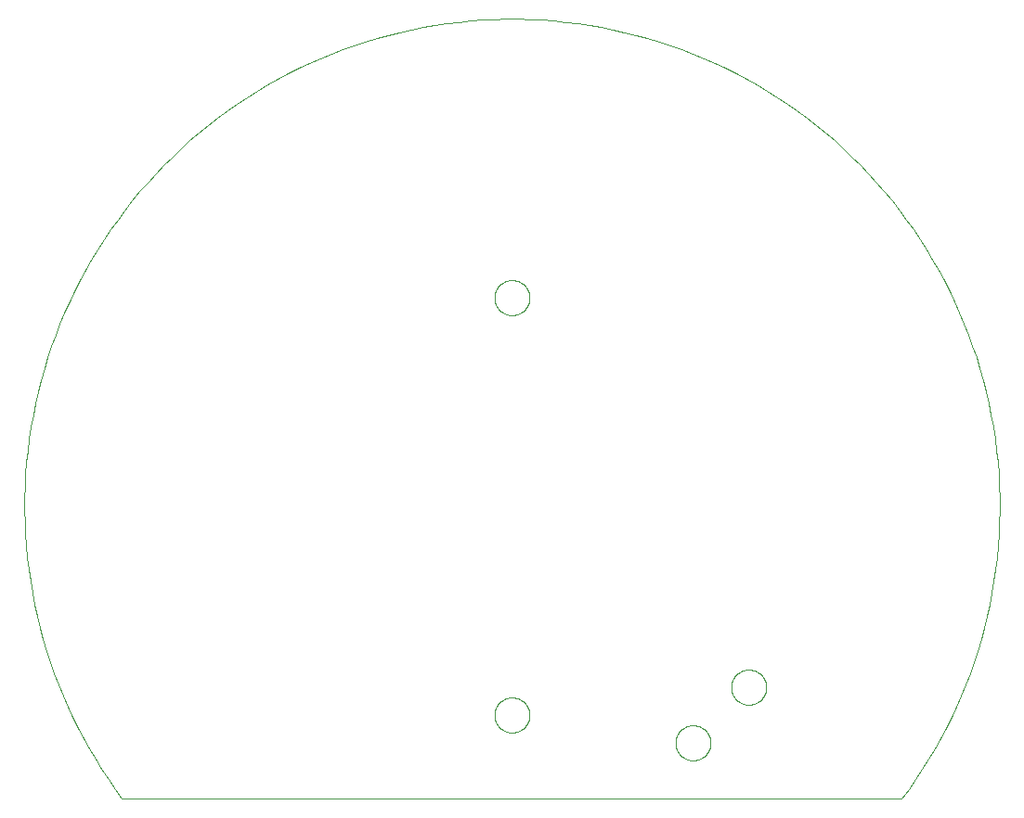
<source format=gbp>
G75*
%MOIN*%
%OFA0B0*%
%FSLAX25Y25*%
%IPPOS*%
%LPD*%
%AMOC8*
5,1,8,0,0,1.08239X$1,22.5*
%
%ADD10C,0.00000*%
D10*
X0101095Y0049933D02*
X0381095Y0049933D01*
X0319796Y0089933D02*
X0319798Y0090091D01*
X0319804Y0090249D01*
X0319814Y0090407D01*
X0319828Y0090565D01*
X0319846Y0090722D01*
X0319867Y0090879D01*
X0319893Y0091035D01*
X0319923Y0091191D01*
X0319956Y0091346D01*
X0319994Y0091499D01*
X0320035Y0091652D01*
X0320080Y0091804D01*
X0320129Y0091955D01*
X0320182Y0092104D01*
X0320238Y0092252D01*
X0320298Y0092398D01*
X0320362Y0092543D01*
X0320430Y0092686D01*
X0320501Y0092828D01*
X0320575Y0092968D01*
X0320653Y0093105D01*
X0320735Y0093241D01*
X0320819Y0093375D01*
X0320908Y0093506D01*
X0320999Y0093635D01*
X0321094Y0093762D01*
X0321191Y0093887D01*
X0321292Y0094009D01*
X0321396Y0094128D01*
X0321503Y0094245D01*
X0321613Y0094359D01*
X0321726Y0094470D01*
X0321841Y0094579D01*
X0321959Y0094684D01*
X0322080Y0094786D01*
X0322203Y0094886D01*
X0322329Y0094982D01*
X0322457Y0095075D01*
X0322587Y0095165D01*
X0322720Y0095251D01*
X0322855Y0095335D01*
X0322991Y0095414D01*
X0323130Y0095491D01*
X0323271Y0095563D01*
X0323413Y0095633D01*
X0323557Y0095698D01*
X0323703Y0095760D01*
X0323850Y0095818D01*
X0323999Y0095873D01*
X0324149Y0095924D01*
X0324300Y0095971D01*
X0324452Y0096014D01*
X0324605Y0096053D01*
X0324760Y0096089D01*
X0324915Y0096120D01*
X0325071Y0096148D01*
X0325227Y0096172D01*
X0325384Y0096192D01*
X0325542Y0096208D01*
X0325699Y0096220D01*
X0325858Y0096228D01*
X0326016Y0096232D01*
X0326174Y0096232D01*
X0326332Y0096228D01*
X0326491Y0096220D01*
X0326648Y0096208D01*
X0326806Y0096192D01*
X0326963Y0096172D01*
X0327119Y0096148D01*
X0327275Y0096120D01*
X0327430Y0096089D01*
X0327585Y0096053D01*
X0327738Y0096014D01*
X0327890Y0095971D01*
X0328041Y0095924D01*
X0328191Y0095873D01*
X0328340Y0095818D01*
X0328487Y0095760D01*
X0328633Y0095698D01*
X0328777Y0095633D01*
X0328919Y0095563D01*
X0329060Y0095491D01*
X0329199Y0095414D01*
X0329335Y0095335D01*
X0329470Y0095251D01*
X0329603Y0095165D01*
X0329733Y0095075D01*
X0329861Y0094982D01*
X0329987Y0094886D01*
X0330110Y0094786D01*
X0330231Y0094684D01*
X0330349Y0094579D01*
X0330464Y0094470D01*
X0330577Y0094359D01*
X0330687Y0094245D01*
X0330794Y0094128D01*
X0330898Y0094009D01*
X0330999Y0093887D01*
X0331096Y0093762D01*
X0331191Y0093635D01*
X0331282Y0093506D01*
X0331371Y0093375D01*
X0331455Y0093241D01*
X0331537Y0093105D01*
X0331615Y0092968D01*
X0331689Y0092828D01*
X0331760Y0092686D01*
X0331828Y0092543D01*
X0331892Y0092398D01*
X0331952Y0092252D01*
X0332008Y0092104D01*
X0332061Y0091955D01*
X0332110Y0091804D01*
X0332155Y0091652D01*
X0332196Y0091499D01*
X0332234Y0091346D01*
X0332267Y0091191D01*
X0332297Y0091035D01*
X0332323Y0090879D01*
X0332344Y0090722D01*
X0332362Y0090565D01*
X0332376Y0090407D01*
X0332386Y0090249D01*
X0332392Y0090091D01*
X0332394Y0089933D01*
X0332392Y0089775D01*
X0332386Y0089617D01*
X0332376Y0089459D01*
X0332362Y0089301D01*
X0332344Y0089144D01*
X0332323Y0088987D01*
X0332297Y0088831D01*
X0332267Y0088675D01*
X0332234Y0088520D01*
X0332196Y0088367D01*
X0332155Y0088214D01*
X0332110Y0088062D01*
X0332061Y0087911D01*
X0332008Y0087762D01*
X0331952Y0087614D01*
X0331892Y0087468D01*
X0331828Y0087323D01*
X0331760Y0087180D01*
X0331689Y0087038D01*
X0331615Y0086898D01*
X0331537Y0086761D01*
X0331455Y0086625D01*
X0331371Y0086491D01*
X0331282Y0086360D01*
X0331191Y0086231D01*
X0331096Y0086104D01*
X0330999Y0085979D01*
X0330898Y0085857D01*
X0330794Y0085738D01*
X0330687Y0085621D01*
X0330577Y0085507D01*
X0330464Y0085396D01*
X0330349Y0085287D01*
X0330231Y0085182D01*
X0330110Y0085080D01*
X0329987Y0084980D01*
X0329861Y0084884D01*
X0329733Y0084791D01*
X0329603Y0084701D01*
X0329470Y0084615D01*
X0329335Y0084531D01*
X0329199Y0084452D01*
X0329060Y0084375D01*
X0328919Y0084303D01*
X0328777Y0084233D01*
X0328633Y0084168D01*
X0328487Y0084106D01*
X0328340Y0084048D01*
X0328191Y0083993D01*
X0328041Y0083942D01*
X0327890Y0083895D01*
X0327738Y0083852D01*
X0327585Y0083813D01*
X0327430Y0083777D01*
X0327275Y0083746D01*
X0327119Y0083718D01*
X0326963Y0083694D01*
X0326806Y0083674D01*
X0326648Y0083658D01*
X0326491Y0083646D01*
X0326332Y0083638D01*
X0326174Y0083634D01*
X0326016Y0083634D01*
X0325858Y0083638D01*
X0325699Y0083646D01*
X0325542Y0083658D01*
X0325384Y0083674D01*
X0325227Y0083694D01*
X0325071Y0083718D01*
X0324915Y0083746D01*
X0324760Y0083777D01*
X0324605Y0083813D01*
X0324452Y0083852D01*
X0324300Y0083895D01*
X0324149Y0083942D01*
X0323999Y0083993D01*
X0323850Y0084048D01*
X0323703Y0084106D01*
X0323557Y0084168D01*
X0323413Y0084233D01*
X0323271Y0084303D01*
X0323130Y0084375D01*
X0322991Y0084452D01*
X0322855Y0084531D01*
X0322720Y0084615D01*
X0322587Y0084701D01*
X0322457Y0084791D01*
X0322329Y0084884D01*
X0322203Y0084980D01*
X0322080Y0085080D01*
X0321959Y0085182D01*
X0321841Y0085287D01*
X0321726Y0085396D01*
X0321613Y0085507D01*
X0321503Y0085621D01*
X0321396Y0085738D01*
X0321292Y0085857D01*
X0321191Y0085979D01*
X0321094Y0086104D01*
X0320999Y0086231D01*
X0320908Y0086360D01*
X0320819Y0086491D01*
X0320735Y0086625D01*
X0320653Y0086761D01*
X0320575Y0086898D01*
X0320501Y0087038D01*
X0320430Y0087180D01*
X0320362Y0087323D01*
X0320298Y0087468D01*
X0320238Y0087614D01*
X0320182Y0087762D01*
X0320129Y0087911D01*
X0320080Y0088062D01*
X0320035Y0088214D01*
X0319994Y0088367D01*
X0319956Y0088520D01*
X0319923Y0088675D01*
X0319893Y0088831D01*
X0319867Y0088987D01*
X0319846Y0089144D01*
X0319828Y0089301D01*
X0319814Y0089459D01*
X0319804Y0089617D01*
X0319798Y0089775D01*
X0319796Y0089933D01*
X0299796Y0069933D02*
X0299798Y0070091D01*
X0299804Y0070249D01*
X0299814Y0070407D01*
X0299828Y0070565D01*
X0299846Y0070722D01*
X0299867Y0070879D01*
X0299893Y0071035D01*
X0299923Y0071191D01*
X0299956Y0071346D01*
X0299994Y0071499D01*
X0300035Y0071652D01*
X0300080Y0071804D01*
X0300129Y0071955D01*
X0300182Y0072104D01*
X0300238Y0072252D01*
X0300298Y0072398D01*
X0300362Y0072543D01*
X0300430Y0072686D01*
X0300501Y0072828D01*
X0300575Y0072968D01*
X0300653Y0073105D01*
X0300735Y0073241D01*
X0300819Y0073375D01*
X0300908Y0073506D01*
X0300999Y0073635D01*
X0301094Y0073762D01*
X0301191Y0073887D01*
X0301292Y0074009D01*
X0301396Y0074128D01*
X0301503Y0074245D01*
X0301613Y0074359D01*
X0301726Y0074470D01*
X0301841Y0074579D01*
X0301959Y0074684D01*
X0302080Y0074786D01*
X0302203Y0074886D01*
X0302329Y0074982D01*
X0302457Y0075075D01*
X0302587Y0075165D01*
X0302720Y0075251D01*
X0302855Y0075335D01*
X0302991Y0075414D01*
X0303130Y0075491D01*
X0303271Y0075563D01*
X0303413Y0075633D01*
X0303557Y0075698D01*
X0303703Y0075760D01*
X0303850Y0075818D01*
X0303999Y0075873D01*
X0304149Y0075924D01*
X0304300Y0075971D01*
X0304452Y0076014D01*
X0304605Y0076053D01*
X0304760Y0076089D01*
X0304915Y0076120D01*
X0305071Y0076148D01*
X0305227Y0076172D01*
X0305384Y0076192D01*
X0305542Y0076208D01*
X0305699Y0076220D01*
X0305858Y0076228D01*
X0306016Y0076232D01*
X0306174Y0076232D01*
X0306332Y0076228D01*
X0306491Y0076220D01*
X0306648Y0076208D01*
X0306806Y0076192D01*
X0306963Y0076172D01*
X0307119Y0076148D01*
X0307275Y0076120D01*
X0307430Y0076089D01*
X0307585Y0076053D01*
X0307738Y0076014D01*
X0307890Y0075971D01*
X0308041Y0075924D01*
X0308191Y0075873D01*
X0308340Y0075818D01*
X0308487Y0075760D01*
X0308633Y0075698D01*
X0308777Y0075633D01*
X0308919Y0075563D01*
X0309060Y0075491D01*
X0309199Y0075414D01*
X0309335Y0075335D01*
X0309470Y0075251D01*
X0309603Y0075165D01*
X0309733Y0075075D01*
X0309861Y0074982D01*
X0309987Y0074886D01*
X0310110Y0074786D01*
X0310231Y0074684D01*
X0310349Y0074579D01*
X0310464Y0074470D01*
X0310577Y0074359D01*
X0310687Y0074245D01*
X0310794Y0074128D01*
X0310898Y0074009D01*
X0310999Y0073887D01*
X0311096Y0073762D01*
X0311191Y0073635D01*
X0311282Y0073506D01*
X0311371Y0073375D01*
X0311455Y0073241D01*
X0311537Y0073105D01*
X0311615Y0072968D01*
X0311689Y0072828D01*
X0311760Y0072686D01*
X0311828Y0072543D01*
X0311892Y0072398D01*
X0311952Y0072252D01*
X0312008Y0072104D01*
X0312061Y0071955D01*
X0312110Y0071804D01*
X0312155Y0071652D01*
X0312196Y0071499D01*
X0312234Y0071346D01*
X0312267Y0071191D01*
X0312297Y0071035D01*
X0312323Y0070879D01*
X0312344Y0070722D01*
X0312362Y0070565D01*
X0312376Y0070407D01*
X0312386Y0070249D01*
X0312392Y0070091D01*
X0312394Y0069933D01*
X0312392Y0069775D01*
X0312386Y0069617D01*
X0312376Y0069459D01*
X0312362Y0069301D01*
X0312344Y0069144D01*
X0312323Y0068987D01*
X0312297Y0068831D01*
X0312267Y0068675D01*
X0312234Y0068520D01*
X0312196Y0068367D01*
X0312155Y0068214D01*
X0312110Y0068062D01*
X0312061Y0067911D01*
X0312008Y0067762D01*
X0311952Y0067614D01*
X0311892Y0067468D01*
X0311828Y0067323D01*
X0311760Y0067180D01*
X0311689Y0067038D01*
X0311615Y0066898D01*
X0311537Y0066761D01*
X0311455Y0066625D01*
X0311371Y0066491D01*
X0311282Y0066360D01*
X0311191Y0066231D01*
X0311096Y0066104D01*
X0310999Y0065979D01*
X0310898Y0065857D01*
X0310794Y0065738D01*
X0310687Y0065621D01*
X0310577Y0065507D01*
X0310464Y0065396D01*
X0310349Y0065287D01*
X0310231Y0065182D01*
X0310110Y0065080D01*
X0309987Y0064980D01*
X0309861Y0064884D01*
X0309733Y0064791D01*
X0309603Y0064701D01*
X0309470Y0064615D01*
X0309335Y0064531D01*
X0309199Y0064452D01*
X0309060Y0064375D01*
X0308919Y0064303D01*
X0308777Y0064233D01*
X0308633Y0064168D01*
X0308487Y0064106D01*
X0308340Y0064048D01*
X0308191Y0063993D01*
X0308041Y0063942D01*
X0307890Y0063895D01*
X0307738Y0063852D01*
X0307585Y0063813D01*
X0307430Y0063777D01*
X0307275Y0063746D01*
X0307119Y0063718D01*
X0306963Y0063694D01*
X0306806Y0063674D01*
X0306648Y0063658D01*
X0306491Y0063646D01*
X0306332Y0063638D01*
X0306174Y0063634D01*
X0306016Y0063634D01*
X0305858Y0063638D01*
X0305699Y0063646D01*
X0305542Y0063658D01*
X0305384Y0063674D01*
X0305227Y0063694D01*
X0305071Y0063718D01*
X0304915Y0063746D01*
X0304760Y0063777D01*
X0304605Y0063813D01*
X0304452Y0063852D01*
X0304300Y0063895D01*
X0304149Y0063942D01*
X0303999Y0063993D01*
X0303850Y0064048D01*
X0303703Y0064106D01*
X0303557Y0064168D01*
X0303413Y0064233D01*
X0303271Y0064303D01*
X0303130Y0064375D01*
X0302991Y0064452D01*
X0302855Y0064531D01*
X0302720Y0064615D01*
X0302587Y0064701D01*
X0302457Y0064791D01*
X0302329Y0064884D01*
X0302203Y0064980D01*
X0302080Y0065080D01*
X0301959Y0065182D01*
X0301841Y0065287D01*
X0301726Y0065396D01*
X0301613Y0065507D01*
X0301503Y0065621D01*
X0301396Y0065738D01*
X0301292Y0065857D01*
X0301191Y0065979D01*
X0301094Y0066104D01*
X0300999Y0066231D01*
X0300908Y0066360D01*
X0300819Y0066491D01*
X0300735Y0066625D01*
X0300653Y0066761D01*
X0300575Y0066898D01*
X0300501Y0067038D01*
X0300430Y0067180D01*
X0300362Y0067323D01*
X0300298Y0067468D01*
X0300238Y0067614D01*
X0300182Y0067762D01*
X0300129Y0067911D01*
X0300080Y0068062D01*
X0300035Y0068214D01*
X0299994Y0068367D01*
X0299956Y0068520D01*
X0299923Y0068675D01*
X0299893Y0068831D01*
X0299867Y0068987D01*
X0299846Y0069144D01*
X0299828Y0069301D01*
X0299814Y0069459D01*
X0299804Y0069617D01*
X0299798Y0069775D01*
X0299796Y0069933D01*
X0234796Y0079933D02*
X0234798Y0080091D01*
X0234804Y0080249D01*
X0234814Y0080407D01*
X0234828Y0080565D01*
X0234846Y0080722D01*
X0234867Y0080879D01*
X0234893Y0081035D01*
X0234923Y0081191D01*
X0234956Y0081346D01*
X0234994Y0081499D01*
X0235035Y0081652D01*
X0235080Y0081804D01*
X0235129Y0081955D01*
X0235182Y0082104D01*
X0235238Y0082252D01*
X0235298Y0082398D01*
X0235362Y0082543D01*
X0235430Y0082686D01*
X0235501Y0082828D01*
X0235575Y0082968D01*
X0235653Y0083105D01*
X0235735Y0083241D01*
X0235819Y0083375D01*
X0235908Y0083506D01*
X0235999Y0083635D01*
X0236094Y0083762D01*
X0236191Y0083887D01*
X0236292Y0084009D01*
X0236396Y0084128D01*
X0236503Y0084245D01*
X0236613Y0084359D01*
X0236726Y0084470D01*
X0236841Y0084579D01*
X0236959Y0084684D01*
X0237080Y0084786D01*
X0237203Y0084886D01*
X0237329Y0084982D01*
X0237457Y0085075D01*
X0237587Y0085165D01*
X0237720Y0085251D01*
X0237855Y0085335D01*
X0237991Y0085414D01*
X0238130Y0085491D01*
X0238271Y0085563D01*
X0238413Y0085633D01*
X0238557Y0085698D01*
X0238703Y0085760D01*
X0238850Y0085818D01*
X0238999Y0085873D01*
X0239149Y0085924D01*
X0239300Y0085971D01*
X0239452Y0086014D01*
X0239605Y0086053D01*
X0239760Y0086089D01*
X0239915Y0086120D01*
X0240071Y0086148D01*
X0240227Y0086172D01*
X0240384Y0086192D01*
X0240542Y0086208D01*
X0240699Y0086220D01*
X0240858Y0086228D01*
X0241016Y0086232D01*
X0241174Y0086232D01*
X0241332Y0086228D01*
X0241491Y0086220D01*
X0241648Y0086208D01*
X0241806Y0086192D01*
X0241963Y0086172D01*
X0242119Y0086148D01*
X0242275Y0086120D01*
X0242430Y0086089D01*
X0242585Y0086053D01*
X0242738Y0086014D01*
X0242890Y0085971D01*
X0243041Y0085924D01*
X0243191Y0085873D01*
X0243340Y0085818D01*
X0243487Y0085760D01*
X0243633Y0085698D01*
X0243777Y0085633D01*
X0243919Y0085563D01*
X0244060Y0085491D01*
X0244199Y0085414D01*
X0244335Y0085335D01*
X0244470Y0085251D01*
X0244603Y0085165D01*
X0244733Y0085075D01*
X0244861Y0084982D01*
X0244987Y0084886D01*
X0245110Y0084786D01*
X0245231Y0084684D01*
X0245349Y0084579D01*
X0245464Y0084470D01*
X0245577Y0084359D01*
X0245687Y0084245D01*
X0245794Y0084128D01*
X0245898Y0084009D01*
X0245999Y0083887D01*
X0246096Y0083762D01*
X0246191Y0083635D01*
X0246282Y0083506D01*
X0246371Y0083375D01*
X0246455Y0083241D01*
X0246537Y0083105D01*
X0246615Y0082968D01*
X0246689Y0082828D01*
X0246760Y0082686D01*
X0246828Y0082543D01*
X0246892Y0082398D01*
X0246952Y0082252D01*
X0247008Y0082104D01*
X0247061Y0081955D01*
X0247110Y0081804D01*
X0247155Y0081652D01*
X0247196Y0081499D01*
X0247234Y0081346D01*
X0247267Y0081191D01*
X0247297Y0081035D01*
X0247323Y0080879D01*
X0247344Y0080722D01*
X0247362Y0080565D01*
X0247376Y0080407D01*
X0247386Y0080249D01*
X0247392Y0080091D01*
X0247394Y0079933D01*
X0247392Y0079775D01*
X0247386Y0079617D01*
X0247376Y0079459D01*
X0247362Y0079301D01*
X0247344Y0079144D01*
X0247323Y0078987D01*
X0247297Y0078831D01*
X0247267Y0078675D01*
X0247234Y0078520D01*
X0247196Y0078367D01*
X0247155Y0078214D01*
X0247110Y0078062D01*
X0247061Y0077911D01*
X0247008Y0077762D01*
X0246952Y0077614D01*
X0246892Y0077468D01*
X0246828Y0077323D01*
X0246760Y0077180D01*
X0246689Y0077038D01*
X0246615Y0076898D01*
X0246537Y0076761D01*
X0246455Y0076625D01*
X0246371Y0076491D01*
X0246282Y0076360D01*
X0246191Y0076231D01*
X0246096Y0076104D01*
X0245999Y0075979D01*
X0245898Y0075857D01*
X0245794Y0075738D01*
X0245687Y0075621D01*
X0245577Y0075507D01*
X0245464Y0075396D01*
X0245349Y0075287D01*
X0245231Y0075182D01*
X0245110Y0075080D01*
X0244987Y0074980D01*
X0244861Y0074884D01*
X0244733Y0074791D01*
X0244603Y0074701D01*
X0244470Y0074615D01*
X0244335Y0074531D01*
X0244199Y0074452D01*
X0244060Y0074375D01*
X0243919Y0074303D01*
X0243777Y0074233D01*
X0243633Y0074168D01*
X0243487Y0074106D01*
X0243340Y0074048D01*
X0243191Y0073993D01*
X0243041Y0073942D01*
X0242890Y0073895D01*
X0242738Y0073852D01*
X0242585Y0073813D01*
X0242430Y0073777D01*
X0242275Y0073746D01*
X0242119Y0073718D01*
X0241963Y0073694D01*
X0241806Y0073674D01*
X0241648Y0073658D01*
X0241491Y0073646D01*
X0241332Y0073638D01*
X0241174Y0073634D01*
X0241016Y0073634D01*
X0240858Y0073638D01*
X0240699Y0073646D01*
X0240542Y0073658D01*
X0240384Y0073674D01*
X0240227Y0073694D01*
X0240071Y0073718D01*
X0239915Y0073746D01*
X0239760Y0073777D01*
X0239605Y0073813D01*
X0239452Y0073852D01*
X0239300Y0073895D01*
X0239149Y0073942D01*
X0238999Y0073993D01*
X0238850Y0074048D01*
X0238703Y0074106D01*
X0238557Y0074168D01*
X0238413Y0074233D01*
X0238271Y0074303D01*
X0238130Y0074375D01*
X0237991Y0074452D01*
X0237855Y0074531D01*
X0237720Y0074615D01*
X0237587Y0074701D01*
X0237457Y0074791D01*
X0237329Y0074884D01*
X0237203Y0074980D01*
X0237080Y0075080D01*
X0236959Y0075182D01*
X0236841Y0075287D01*
X0236726Y0075396D01*
X0236613Y0075507D01*
X0236503Y0075621D01*
X0236396Y0075738D01*
X0236292Y0075857D01*
X0236191Y0075979D01*
X0236094Y0076104D01*
X0235999Y0076231D01*
X0235908Y0076360D01*
X0235819Y0076491D01*
X0235735Y0076625D01*
X0235653Y0076761D01*
X0235575Y0076898D01*
X0235501Y0077038D01*
X0235430Y0077180D01*
X0235362Y0077323D01*
X0235298Y0077468D01*
X0235238Y0077614D01*
X0235182Y0077762D01*
X0235129Y0077911D01*
X0235080Y0078062D01*
X0235035Y0078214D01*
X0234994Y0078367D01*
X0234956Y0078520D01*
X0234923Y0078675D01*
X0234893Y0078831D01*
X0234867Y0078987D01*
X0234846Y0079144D01*
X0234828Y0079301D01*
X0234814Y0079459D01*
X0234804Y0079617D01*
X0234798Y0079775D01*
X0234796Y0079933D01*
X0101095Y0049933D02*
X0098565Y0053390D01*
X0096120Y0056909D01*
X0093762Y0060486D01*
X0091492Y0064119D01*
X0089311Y0067808D01*
X0087222Y0071548D01*
X0085225Y0075338D01*
X0083321Y0079176D01*
X0081512Y0083060D01*
X0079798Y0086987D01*
X0078181Y0090954D01*
X0076661Y0094960D01*
X0075240Y0099002D01*
X0073918Y0103077D01*
X0072696Y0107184D01*
X0071575Y0111319D01*
X0070556Y0115480D01*
X0069639Y0119665D01*
X0068824Y0123872D01*
X0068113Y0128096D01*
X0067505Y0132338D01*
X0067002Y0136592D01*
X0066602Y0140858D01*
X0066307Y0145132D01*
X0066117Y0149412D01*
X0066031Y0153696D01*
X0066051Y0157980D01*
X0066175Y0162263D01*
X0066404Y0166541D01*
X0066737Y0170812D01*
X0067175Y0175074D01*
X0067717Y0179324D01*
X0068363Y0183560D01*
X0069113Y0187778D01*
X0069965Y0191977D01*
X0070920Y0196153D01*
X0071977Y0200305D01*
X0073135Y0204430D01*
X0074394Y0208526D01*
X0075752Y0212589D01*
X0077210Y0216618D01*
X0078766Y0220610D01*
X0080419Y0224562D01*
X0082168Y0228473D01*
X0084012Y0232340D01*
X0085951Y0236161D01*
X0087982Y0239933D01*
X0090105Y0243655D01*
X0092318Y0247323D01*
X0094621Y0250936D01*
X0097011Y0254492D01*
X0099488Y0257988D01*
X0102049Y0261422D01*
X0104694Y0264793D01*
X0107420Y0268098D01*
X0110227Y0271335D01*
X0113112Y0274503D01*
X0116073Y0277599D01*
X0119110Y0280622D01*
X0122219Y0283569D01*
X0125400Y0286440D01*
X0128649Y0289231D01*
X0131967Y0291943D01*
X0135349Y0294572D01*
X0138795Y0297118D01*
X0142302Y0299579D01*
X0145869Y0301953D01*
X0149492Y0304239D01*
X0153170Y0306436D01*
X0156901Y0308543D01*
X0160683Y0310557D01*
X0164512Y0312478D01*
X0168388Y0314305D01*
X0172306Y0316036D01*
X0176267Y0317672D01*
X0180266Y0319209D01*
X0184301Y0320649D01*
X0188370Y0321989D01*
X0192471Y0323229D01*
X0196601Y0324369D01*
X0200758Y0325407D01*
X0204939Y0326343D01*
X0209141Y0327176D01*
X0213363Y0327907D01*
X0217601Y0328533D01*
X0221854Y0329056D01*
X0226118Y0329475D01*
X0230390Y0329789D01*
X0234670Y0329999D01*
X0238953Y0330104D01*
X0243237Y0330104D01*
X0247520Y0329999D01*
X0251800Y0329789D01*
X0256072Y0329475D01*
X0260336Y0329056D01*
X0264589Y0328533D01*
X0268827Y0327907D01*
X0273049Y0327176D01*
X0277251Y0326343D01*
X0281432Y0325407D01*
X0285589Y0324369D01*
X0289719Y0323229D01*
X0293820Y0321989D01*
X0297889Y0320649D01*
X0301924Y0319209D01*
X0305923Y0317672D01*
X0309884Y0316036D01*
X0313802Y0314305D01*
X0317678Y0312478D01*
X0321507Y0310557D01*
X0325289Y0308543D01*
X0329020Y0306436D01*
X0332698Y0304239D01*
X0336321Y0301953D01*
X0339888Y0299579D01*
X0343395Y0297118D01*
X0346841Y0294572D01*
X0350223Y0291943D01*
X0353541Y0289231D01*
X0356790Y0286440D01*
X0359971Y0283569D01*
X0363080Y0280622D01*
X0366117Y0277599D01*
X0369078Y0274503D01*
X0371963Y0271335D01*
X0374770Y0268098D01*
X0377496Y0264793D01*
X0380141Y0261422D01*
X0382702Y0257988D01*
X0385179Y0254492D01*
X0387569Y0250936D01*
X0389872Y0247323D01*
X0392085Y0243655D01*
X0394208Y0239933D01*
X0396239Y0236161D01*
X0398178Y0232340D01*
X0400022Y0228473D01*
X0401771Y0224562D01*
X0403424Y0220610D01*
X0404980Y0216618D01*
X0406438Y0212589D01*
X0407796Y0208526D01*
X0409055Y0204430D01*
X0410213Y0200305D01*
X0411270Y0196153D01*
X0412225Y0191977D01*
X0413077Y0187778D01*
X0413827Y0183560D01*
X0414473Y0179324D01*
X0415015Y0175074D01*
X0415453Y0170812D01*
X0415786Y0166541D01*
X0416015Y0162263D01*
X0416139Y0157980D01*
X0416159Y0153696D01*
X0416073Y0149412D01*
X0415883Y0145132D01*
X0415588Y0140858D01*
X0415188Y0136592D01*
X0414685Y0132338D01*
X0414077Y0128096D01*
X0413366Y0123872D01*
X0412551Y0119665D01*
X0411634Y0115480D01*
X0410615Y0111319D01*
X0409494Y0107184D01*
X0408272Y0103077D01*
X0406950Y0099002D01*
X0405529Y0094960D01*
X0404009Y0090954D01*
X0402392Y0086987D01*
X0400678Y0083060D01*
X0398869Y0079176D01*
X0396965Y0075338D01*
X0394968Y0071548D01*
X0392879Y0067808D01*
X0390698Y0064119D01*
X0388428Y0060486D01*
X0386070Y0056909D01*
X0383625Y0053390D01*
X0381095Y0049933D01*
X0234796Y0229933D02*
X0234798Y0230091D01*
X0234804Y0230249D01*
X0234814Y0230407D01*
X0234828Y0230565D01*
X0234846Y0230722D01*
X0234867Y0230879D01*
X0234893Y0231035D01*
X0234923Y0231191D01*
X0234956Y0231346D01*
X0234994Y0231499D01*
X0235035Y0231652D01*
X0235080Y0231804D01*
X0235129Y0231955D01*
X0235182Y0232104D01*
X0235238Y0232252D01*
X0235298Y0232398D01*
X0235362Y0232543D01*
X0235430Y0232686D01*
X0235501Y0232828D01*
X0235575Y0232968D01*
X0235653Y0233105D01*
X0235735Y0233241D01*
X0235819Y0233375D01*
X0235908Y0233506D01*
X0235999Y0233635D01*
X0236094Y0233762D01*
X0236191Y0233887D01*
X0236292Y0234009D01*
X0236396Y0234128D01*
X0236503Y0234245D01*
X0236613Y0234359D01*
X0236726Y0234470D01*
X0236841Y0234579D01*
X0236959Y0234684D01*
X0237080Y0234786D01*
X0237203Y0234886D01*
X0237329Y0234982D01*
X0237457Y0235075D01*
X0237587Y0235165D01*
X0237720Y0235251D01*
X0237855Y0235335D01*
X0237991Y0235414D01*
X0238130Y0235491D01*
X0238271Y0235563D01*
X0238413Y0235633D01*
X0238557Y0235698D01*
X0238703Y0235760D01*
X0238850Y0235818D01*
X0238999Y0235873D01*
X0239149Y0235924D01*
X0239300Y0235971D01*
X0239452Y0236014D01*
X0239605Y0236053D01*
X0239760Y0236089D01*
X0239915Y0236120D01*
X0240071Y0236148D01*
X0240227Y0236172D01*
X0240384Y0236192D01*
X0240542Y0236208D01*
X0240699Y0236220D01*
X0240858Y0236228D01*
X0241016Y0236232D01*
X0241174Y0236232D01*
X0241332Y0236228D01*
X0241491Y0236220D01*
X0241648Y0236208D01*
X0241806Y0236192D01*
X0241963Y0236172D01*
X0242119Y0236148D01*
X0242275Y0236120D01*
X0242430Y0236089D01*
X0242585Y0236053D01*
X0242738Y0236014D01*
X0242890Y0235971D01*
X0243041Y0235924D01*
X0243191Y0235873D01*
X0243340Y0235818D01*
X0243487Y0235760D01*
X0243633Y0235698D01*
X0243777Y0235633D01*
X0243919Y0235563D01*
X0244060Y0235491D01*
X0244199Y0235414D01*
X0244335Y0235335D01*
X0244470Y0235251D01*
X0244603Y0235165D01*
X0244733Y0235075D01*
X0244861Y0234982D01*
X0244987Y0234886D01*
X0245110Y0234786D01*
X0245231Y0234684D01*
X0245349Y0234579D01*
X0245464Y0234470D01*
X0245577Y0234359D01*
X0245687Y0234245D01*
X0245794Y0234128D01*
X0245898Y0234009D01*
X0245999Y0233887D01*
X0246096Y0233762D01*
X0246191Y0233635D01*
X0246282Y0233506D01*
X0246371Y0233375D01*
X0246455Y0233241D01*
X0246537Y0233105D01*
X0246615Y0232968D01*
X0246689Y0232828D01*
X0246760Y0232686D01*
X0246828Y0232543D01*
X0246892Y0232398D01*
X0246952Y0232252D01*
X0247008Y0232104D01*
X0247061Y0231955D01*
X0247110Y0231804D01*
X0247155Y0231652D01*
X0247196Y0231499D01*
X0247234Y0231346D01*
X0247267Y0231191D01*
X0247297Y0231035D01*
X0247323Y0230879D01*
X0247344Y0230722D01*
X0247362Y0230565D01*
X0247376Y0230407D01*
X0247386Y0230249D01*
X0247392Y0230091D01*
X0247394Y0229933D01*
X0247392Y0229775D01*
X0247386Y0229617D01*
X0247376Y0229459D01*
X0247362Y0229301D01*
X0247344Y0229144D01*
X0247323Y0228987D01*
X0247297Y0228831D01*
X0247267Y0228675D01*
X0247234Y0228520D01*
X0247196Y0228367D01*
X0247155Y0228214D01*
X0247110Y0228062D01*
X0247061Y0227911D01*
X0247008Y0227762D01*
X0246952Y0227614D01*
X0246892Y0227468D01*
X0246828Y0227323D01*
X0246760Y0227180D01*
X0246689Y0227038D01*
X0246615Y0226898D01*
X0246537Y0226761D01*
X0246455Y0226625D01*
X0246371Y0226491D01*
X0246282Y0226360D01*
X0246191Y0226231D01*
X0246096Y0226104D01*
X0245999Y0225979D01*
X0245898Y0225857D01*
X0245794Y0225738D01*
X0245687Y0225621D01*
X0245577Y0225507D01*
X0245464Y0225396D01*
X0245349Y0225287D01*
X0245231Y0225182D01*
X0245110Y0225080D01*
X0244987Y0224980D01*
X0244861Y0224884D01*
X0244733Y0224791D01*
X0244603Y0224701D01*
X0244470Y0224615D01*
X0244335Y0224531D01*
X0244199Y0224452D01*
X0244060Y0224375D01*
X0243919Y0224303D01*
X0243777Y0224233D01*
X0243633Y0224168D01*
X0243487Y0224106D01*
X0243340Y0224048D01*
X0243191Y0223993D01*
X0243041Y0223942D01*
X0242890Y0223895D01*
X0242738Y0223852D01*
X0242585Y0223813D01*
X0242430Y0223777D01*
X0242275Y0223746D01*
X0242119Y0223718D01*
X0241963Y0223694D01*
X0241806Y0223674D01*
X0241648Y0223658D01*
X0241491Y0223646D01*
X0241332Y0223638D01*
X0241174Y0223634D01*
X0241016Y0223634D01*
X0240858Y0223638D01*
X0240699Y0223646D01*
X0240542Y0223658D01*
X0240384Y0223674D01*
X0240227Y0223694D01*
X0240071Y0223718D01*
X0239915Y0223746D01*
X0239760Y0223777D01*
X0239605Y0223813D01*
X0239452Y0223852D01*
X0239300Y0223895D01*
X0239149Y0223942D01*
X0238999Y0223993D01*
X0238850Y0224048D01*
X0238703Y0224106D01*
X0238557Y0224168D01*
X0238413Y0224233D01*
X0238271Y0224303D01*
X0238130Y0224375D01*
X0237991Y0224452D01*
X0237855Y0224531D01*
X0237720Y0224615D01*
X0237587Y0224701D01*
X0237457Y0224791D01*
X0237329Y0224884D01*
X0237203Y0224980D01*
X0237080Y0225080D01*
X0236959Y0225182D01*
X0236841Y0225287D01*
X0236726Y0225396D01*
X0236613Y0225507D01*
X0236503Y0225621D01*
X0236396Y0225738D01*
X0236292Y0225857D01*
X0236191Y0225979D01*
X0236094Y0226104D01*
X0235999Y0226231D01*
X0235908Y0226360D01*
X0235819Y0226491D01*
X0235735Y0226625D01*
X0235653Y0226761D01*
X0235575Y0226898D01*
X0235501Y0227038D01*
X0235430Y0227180D01*
X0235362Y0227323D01*
X0235298Y0227468D01*
X0235238Y0227614D01*
X0235182Y0227762D01*
X0235129Y0227911D01*
X0235080Y0228062D01*
X0235035Y0228214D01*
X0234994Y0228367D01*
X0234956Y0228520D01*
X0234923Y0228675D01*
X0234893Y0228831D01*
X0234867Y0228987D01*
X0234846Y0229144D01*
X0234828Y0229301D01*
X0234814Y0229459D01*
X0234804Y0229617D01*
X0234798Y0229775D01*
X0234796Y0229933D01*
M02*

</source>
